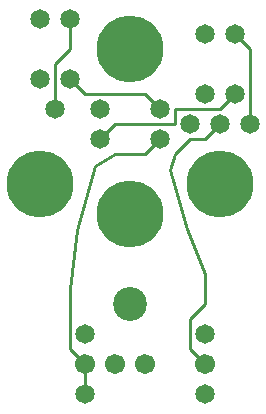
<source format=gtl>
%MOIN*%
%FSLAX25Y25*%
G04 D10 used for Character Trace; *
G04     Circle (OD=.01000) (No hole)*
G04 D11 used for Power Trace; *
G04     Circle (OD=.06700) (No hole)*
G04 D12 used for Signal Trace; *
G04     Circle (OD=.01100) (No hole)*
G04 D13 used for Via; *
G04     Circle (OD=.05800) (Round. Hole ID=.02800)*
G04 D14 used for Component hole; *
G04     Circle (OD=.06500) (Round. Hole ID=.03500)*
G04 D15 used for Component hole; *
G04     Circle (OD=.06700) (Round. Hole ID=.04300)*
G04 D16 used for Component hole; *
G04     Circle (OD=.08100) (Round. Hole ID=.05100)*
G04 D17 used for Component hole; *
G04     Circle (OD=.08900) (Round. Hole ID=.05900)*
G04 D18 used for Component hole; *
G04     Circle (OD=.11300) (Round. Hole ID=.08300)*
G04 D19 used for Component hole; *
G04     Circle (OD=.16000) (Round. Hole ID=.13000)*
G04 D20 used for Component hole; *
G04     Circle (OD=.18300) (Round. Hole ID=.15300)*
G04 D21 used for Component hole; *
G04     Circle (OD=.22291) (Round. Hole ID=.19291)*
%ADD10C,.01000*%
%ADD11C,.06700*%
%ADD12C,.01100*%
%ADD13C,.05800*%
%ADD14C,.06500*%
%ADD15C,.06700*%
%ADD16C,.08100*%
%ADD17C,.08900*%
%ADD18C,.11300*%
%ADD19C,.16000*%
%ADD20C,.18300*%
%ADD21C,.22291*%
%IPPOS*%
%LPD*%
G90*X0Y0D02*D12*X30000Y20000D02*X25000Y25000D01*  
D15*X30000Y20000D03*D12*Y10000D01*D14*D03*D15*    
X40000Y20000D03*D12*X25000Y25000D02*Y45000D01*D14*
X30000Y30000D03*D18*X45000Y40000D03*D15*          
X50000Y20000D03*D21*X45000Y70000D03*              
X15000Y80000D03*D12*X70000Y20000D02*              
X65000Y25000D01*D15*X70000Y20000D03*D12*          
X65000Y25000D02*Y35000D01*X70000Y40000D01*        
Y50000D01*D14*Y30000D03*D21*X75000Y80000D03*D14*  
X70000Y10000D03*D12*X60000Y90000D02*              
X65000Y95000D01*X70000D01*X75000Y100000D01*D14*   
D03*D12*X60000Y105000D02*X75000D01*               
X60000Y100000D02*Y105000D01*X40000Y100000D02*     
X60000D01*X35000Y95000D02*X40000Y100000D01*D14*   
X35000Y95000D03*D12*X40000Y90000D02*X50000D01*    
X55000Y95000D01*D14*D03*Y105000D03*D12*           
X50000Y110000D01*X30000D01*X25000Y115000D01*D14*  
D03*D12*X20000Y105000D02*Y120000D01*D14*          
Y105000D03*X15000Y115000D03*X35000Y105000D03*D12* 
X20000Y120000D02*X25000Y125000D01*Y135000D01*D14* 
D03*X15000D03*D21*X45000Y125000D03*D14*           
X65000Y100000D03*X70000Y110000D03*Y130000D03*D12* 
X75000Y105000D02*X80000Y110000D01*D14*D03*        
X85000Y100000D03*D12*Y125000D01*X80000Y130000D01* 
D14*D03*D10*X27466Y64800D02*X33533Y86000D01*      
X25000Y45000D02*X27466Y64800D01*X40000Y90000D02*  
X33533Y86000D01*X58316Y84933D02*X63983Y65266D01*  
X60000Y90000D02*X58316Y84933D01*X70000Y50000D02*  
X63983Y65266D01*M02*                              

</source>
